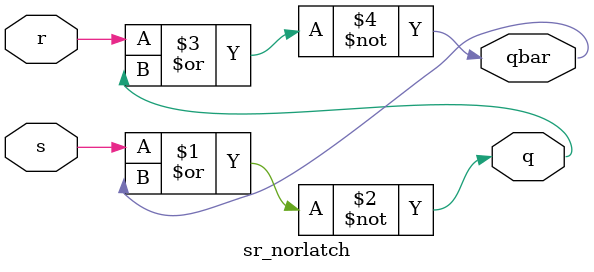
<source format=v>
`timescale 1ns / 1ps


module sr_norlatch(s,r,q,qbar);
input s,r;
output q,qbar;
nor n1(q,s,qbar);
nor n2(qbar,r,q);
endmodule

</source>
